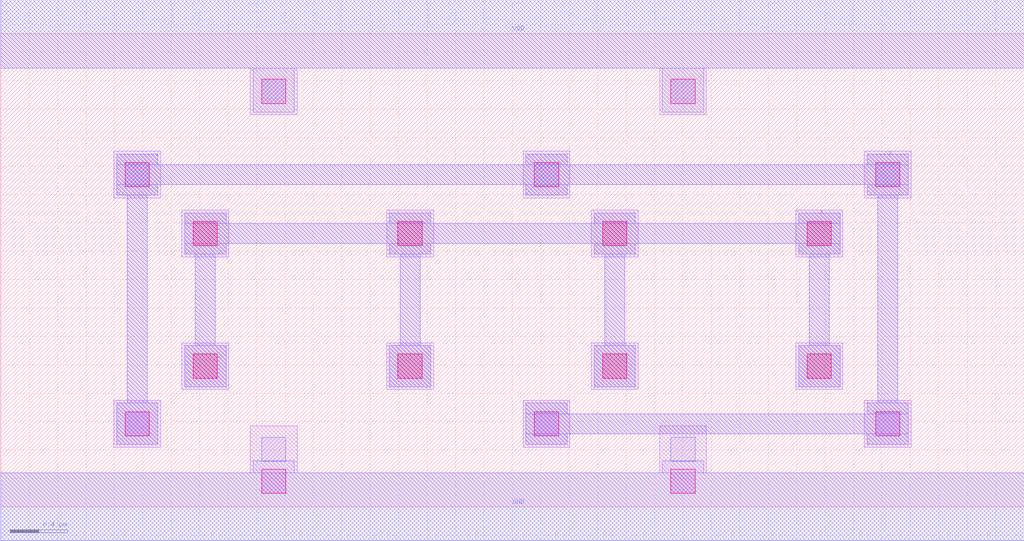
<source format=lef>
MACRO INVX8
 CLASS CORE ;
 FOREIGN INVX8 0 0 ;
 SIZE 7.2 BY 3.33 ;
 ORIGIN 0 0 ;
 SYMMETRY X Y R90 ;
 SITE unit ;
  PIN VDD
   DIRECTION INOUT ;
   USE POWER ;
   SHAPE ABUTMENT ;
    PORT
     CLASS CORE ;
       LAYER met1 ;
        RECT 0.00000000 3.09000000 7.20000000 3.57000000 ;
    END
  END VDD

  PIN GND
   DIRECTION INOUT ;
   USE POWER ;
   SHAPE ABUTMENT ;
    PORT
     CLASS CORE ;
       LAYER met1 ;
        RECT 0.00000000 -0.24000000 7.20000000 0.24000000 ;
    END
  END GND

  PIN Y
   DIRECTION INOUT ;
   USE SIGNAL ;
   SHAPE ABUTMENT ;
    PORT
     CLASS CORE ;
       LAYER met1 ;
        RECT 3.69500000 0.44000000 3.98500000 0.51500000 ;
        RECT 6.09500000 0.44000000 6.38500000 0.51500000 ;
        RECT 3.69500000 0.51500000 6.38500000 0.65500000 ;
        RECT 0.81500000 0.44000000 1.10500000 0.73000000 ;
        RECT 3.69500000 0.65500000 3.98500000 0.73000000 ;
        RECT 6.09500000 0.65500000 6.38500000 0.73000000 ;
        RECT 0.89000000 0.73000000 1.03000000 2.19500000 ;
        RECT 6.17000000 0.73000000 6.31000000 2.19500000 ;
        RECT 0.81500000 2.19500000 1.10500000 2.27000000 ;
        RECT 3.69500000 2.19500000 3.98500000 2.27000000 ;
        RECT 6.09500000 2.19500000 6.38500000 2.27000000 ;
        RECT 0.81500000 2.27000000 6.38500000 2.41000000 ;
        RECT 0.81500000 2.41000000 1.10500000 2.48500000 ;
        RECT 3.69500000 2.41000000 3.98500000 2.48500000 ;
        RECT 6.09500000 2.41000000 6.38500000 2.48500000 ;
    END
  END Y

  PIN A
   DIRECTION INOUT ;
   USE SIGNAL ;
   SHAPE ABUTMENT ;
    PORT
     CLASS CORE ;
       LAYER met1 ;
        RECT 1.29500000 0.84500000 1.58500000 1.13500000 ;
        RECT 2.73500000 0.84500000 3.02500000 1.13500000 ;
        RECT 4.17500000 0.84500000 4.46500000 1.13500000 ;
        RECT 5.61500000 0.84500000 5.90500000 1.13500000 ;
        RECT 1.37000000 1.13500000 1.51000000 1.78000000 ;
        RECT 2.81000000 1.13500000 2.95000000 1.78000000 ;
        RECT 4.25000000 1.13500000 4.39000000 1.78000000 ;
        RECT 5.69000000 1.13500000 5.83000000 1.78000000 ;
        RECT 1.29500000 1.78000000 1.58500000 1.85500000 ;
        RECT 2.73500000 1.78000000 3.02500000 1.85500000 ;
        RECT 4.17500000 1.78000000 4.46500000 1.85500000 ;
        RECT 5.61500000 1.78000000 5.90500000 1.85500000 ;
        RECT 1.29500000 1.85500000 5.90500000 1.99500000 ;
        RECT 1.29500000 1.99500000 1.58500000 2.07000000 ;
        RECT 2.73500000 1.99500000 3.02500000 2.07000000 ;
        RECT 4.17500000 1.99500000 4.46500000 2.07000000 ;
        RECT 5.61500000 1.99500000 5.90500000 2.07000000 ;
    END
  END A

 OBS
    LAYER polycont ;
     RECT 1.35500000 0.90500000 1.52500000 1.07500000 ;
     RECT 2.79500000 0.90500000 2.96500000 1.07500000 ;
     RECT 4.23500000 0.90500000 4.40500000 1.07500000 ;
     RECT 5.67500000 0.90500000 5.84500000 1.07500000 ;
     RECT 1.35500000 1.84000000 1.52500000 2.01000000 ;
     RECT 2.79500000 1.84000000 2.96500000 2.01000000 ;
     RECT 4.23500000 1.84000000 4.40500000 2.01000000 ;
     RECT 5.67500000 1.84000000 5.84500000 2.01000000 ;

    LAYER pdiffc ;
     RECT 0.87500000 2.25500000 1.04500000 2.42500000 ;
     RECT 3.75500000 2.25500000 3.92500000 2.42500000 ;
     RECT 6.15500000 2.25500000 6.32500000 2.42500000 ;
     RECT 1.83500000 2.84000000 2.00500000 3.01000000 ;
     RECT 4.71500000 2.84000000 4.88500000 3.01000000 ;

    LAYER ndiffc ;
     RECT 1.83500000 0.32000000 2.00500000 0.49000000 ;
     RECT 4.71500000 0.32000000 4.88500000 0.49000000 ;
     RECT 0.87500000 0.50000000 1.04500000 0.67000000 ;
     RECT 3.75500000 0.50000000 3.92500000 0.67000000 ;
     RECT 6.15500000 0.50000000 6.32500000 0.67000000 ;

    LAYER li1 ;
     RECT 1.83500000 0.09500000 2.00500000 0.24000000 ;
     RECT 1.75500000 0.24000000 2.08500000 0.57000000 ;
     RECT 4.71500000 0.09500000 4.88500000 0.24000000 ;
     RECT 4.63500000 0.24000000 4.96500000 0.57000000 ;
     RECT 0.79500000 0.42000000 1.12500000 0.75000000 ;
     RECT 3.67500000 0.42000000 4.00500000 0.75000000 ;
     RECT 6.07500000 0.42000000 6.40500000 0.75000000 ;
     RECT 1.27500000 0.82500000 1.60500000 1.15500000 ;
     RECT 2.71500000 0.82500000 3.04500000 1.15500000 ;
     RECT 4.15500000 0.82500000 4.48500000 1.15500000 ;
     RECT 5.59500000 0.82500000 5.92500000 1.15500000 ;
     RECT 1.27500000 1.76000000 1.60500000 2.09000000 ;
     RECT 2.71500000 1.76000000 3.04500000 2.09000000 ;
     RECT 4.15500000 1.76000000 4.48500000 2.09000000 ;
     RECT 5.59500000 1.76000000 5.92500000 2.09000000 ;
     RECT 0.79500000 2.17500000 1.12500000 2.50500000 ;
     RECT 3.67500000 2.17500000 4.00500000 2.50500000 ;
     RECT 6.07500000 2.17500000 6.40500000 2.50500000 ;
     RECT 1.75500000 2.76000000 2.08500000 3.09000000 ;
     RECT 4.63500000 2.76000000 4.96500000 3.09000000 ;

    LAYER viali ;
     RECT 1.83500000 0.09500000 2.00500000 0.26500000 ;
     RECT 4.71500000 0.09500000 4.88500000 0.26500000 ;
     RECT 0.87500000 0.50000000 1.04500000 0.67000000 ;
     RECT 3.75500000 0.50000000 3.92500000 0.67000000 ;
     RECT 6.15500000 0.50000000 6.32500000 0.67000000 ;
     RECT 1.35500000 0.90500000 1.52500000 1.07500000 ;
     RECT 2.79500000 0.90500000 2.96500000 1.07500000 ;
     RECT 4.23500000 0.90500000 4.40500000 1.07500000 ;
     RECT 5.67500000 0.90500000 5.84500000 1.07500000 ;
     RECT 1.35500000 1.84000000 1.52500000 2.01000000 ;
     RECT 2.79500000 1.84000000 2.96500000 2.01000000 ;
     RECT 4.23500000 1.84000000 4.40500000 2.01000000 ;
     RECT 5.67500000 1.84000000 5.84500000 2.01000000 ;
     RECT 0.87500000 2.25500000 1.04500000 2.42500000 ;
     RECT 3.75500000 2.25500000 3.92500000 2.42500000 ;
     RECT 6.15500000 2.25500000 6.32500000 2.42500000 ;
     RECT 1.83500000 2.84000000 2.00500000 3.01000000 ;
     RECT 4.71500000 2.84000000 4.88500000 3.01000000 ;

    LAYER met1 ;
     RECT 0.00000000 -0.24000000 7.20000000 0.24000000 ;
     RECT 1.77500000 0.24000000 2.06500000 0.32500000 ;
     RECT 4.65500000 0.24000000 4.94500000 0.32500000 ;
     RECT 1.29500000 0.84500000 1.58500000 1.13500000 ;
     RECT 2.73500000 0.84500000 3.02500000 1.13500000 ;
     RECT 4.17500000 0.84500000 4.46500000 1.13500000 ;
     RECT 5.61500000 0.84500000 5.90500000 1.13500000 ;
     RECT 1.37000000 1.13500000 1.51000000 1.78000000 ;
     RECT 2.81000000 1.13500000 2.95000000 1.78000000 ;
     RECT 4.25000000 1.13500000 4.39000000 1.78000000 ;
     RECT 5.69000000 1.13500000 5.83000000 1.78000000 ;
     RECT 1.29500000 1.78000000 1.58500000 1.85500000 ;
     RECT 2.73500000 1.78000000 3.02500000 1.85500000 ;
     RECT 4.17500000 1.78000000 4.46500000 1.85500000 ;
     RECT 5.61500000 1.78000000 5.90500000 1.85500000 ;
     RECT 1.29500000 1.85500000 5.90500000 1.99500000 ;
     RECT 1.29500000 1.99500000 1.58500000 2.07000000 ;
     RECT 2.73500000 1.99500000 3.02500000 2.07000000 ;
     RECT 4.17500000 1.99500000 4.46500000 2.07000000 ;
     RECT 5.61500000 1.99500000 5.90500000 2.07000000 ;
     RECT 3.69500000 0.44000000 3.98500000 0.51500000 ;
     RECT 6.09500000 0.44000000 6.38500000 0.51500000 ;
     RECT 3.69500000 0.51500000 6.38500000 0.65500000 ;
     RECT 0.81500000 0.44000000 1.10500000 0.73000000 ;
     RECT 3.69500000 0.65500000 3.98500000 0.73000000 ;
     RECT 6.09500000 0.65500000 6.38500000 0.73000000 ;
     RECT 0.89000000 0.73000000 1.03000000 2.19500000 ;
     RECT 6.17000000 0.73000000 6.31000000 2.19500000 ;
     RECT 0.81500000 2.19500000 1.10500000 2.27000000 ;
     RECT 3.69500000 2.19500000 3.98500000 2.27000000 ;
     RECT 6.09500000 2.19500000 6.38500000 2.27000000 ;
     RECT 0.81500000 2.27000000 6.38500000 2.41000000 ;
     RECT 0.81500000 2.41000000 1.10500000 2.48500000 ;
     RECT 3.69500000 2.41000000 3.98500000 2.48500000 ;
     RECT 6.09500000 2.41000000 6.38500000 2.48500000 ;
     RECT 1.77500000 2.78000000 2.06500000 3.09000000 ;
     RECT 4.65500000 2.78000000 4.94500000 3.09000000 ;
     RECT 0.00000000 3.09000000 7.20000000 3.57000000 ;

 END
END INVX8

</source>
